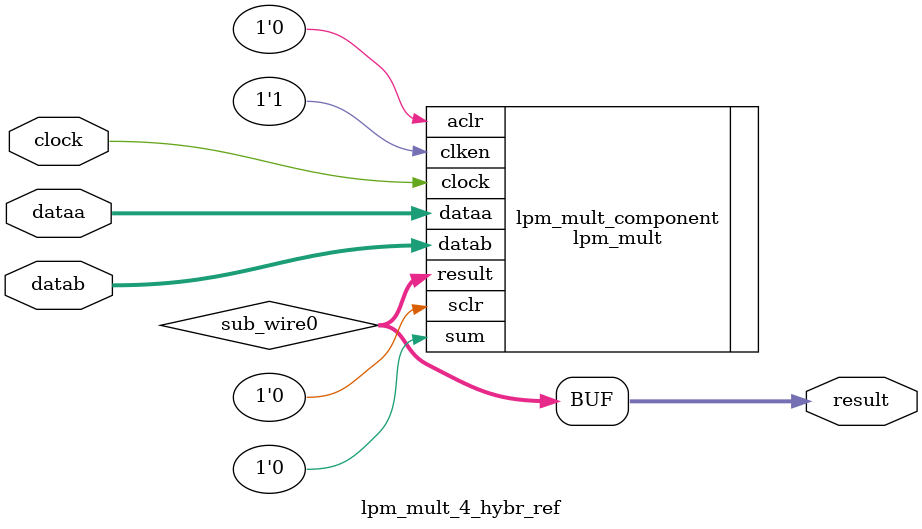
<source format=v>
module lpm_mult_4_hybr_ref (
	clock,
	dataa,
	datab,
	result);
	input	  clock;
	input	[8:0]  dataa;
	input	[7:0]  datab;
	output	[8:0]  result;
	wire [8:0] sub_wire0;
	wire [8:0] result = sub_wire0[8:0];
	lpm_mult	lpm_mult_component (
				.clock (clock),
				.dataa (dataa),
				.datab (datab),
				.result (sub_wire0),
				.aclr (1'b0),
				.clken (1'b1),
				.sclr (1'b0),
				.sum (1'b0));
	defparam
		lpm_mult_component.lpm_hint = "MAXIMIZE_SPEED=9",
		lpm_mult_component.lpm_pipeline = 1,
		lpm_mult_component.lpm_representation = "UNSIGNED",
		lpm_mult_component.lpm_type = "LPM_MULT",
		lpm_mult_component.lpm_widtha = 9,
		lpm_mult_component.lpm_widthb = 8,
		lpm_mult_component.lpm_widthp = 9;
endmodule
</source>
